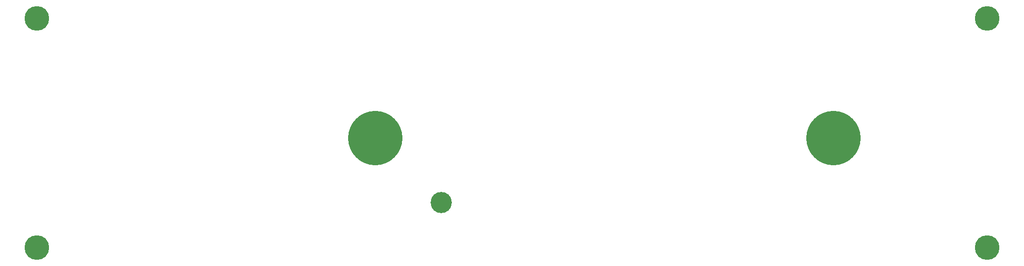
<source format=gbr>
%TF.GenerationSoftware,KiCad,Pcbnew,9.0.5*%
%TF.CreationDate,2025-11-21T22:54:30+01:00*%
%TF.ProjectId,hv amp front,68762061-6d70-4206-9672-6f6e742e6b69,rev?*%
%TF.SameCoordinates,Original*%
%TF.FileFunction,Soldermask,Top*%
%TF.FilePolarity,Negative*%
%FSLAX46Y46*%
G04 Gerber Fmt 4.6, Leading zero omitted, Abs format (unit mm)*
G04 Created by KiCad (PCBNEW 9.0.5) date 2025-11-21 22:54:30*
%MOMM*%
%LPD*%
G01*
G04 APERTURE LIST*
%ADD10C,3.700000*%
%ADD11C,9.500000*%
%ADD12C,4.300000*%
G04 APERTURE END LIST*
D10*
%TO.C,*%
X136930000Y-81200000D03*
%TD*%
D11*
%TO.C,*%
X205480000Y-69940000D03*
%TD*%
D12*
%TO.C,REF\u002A\u002A*%
X66320000Y-49070000D03*
%TD*%
%TO.C,REF\u002A\u002A*%
X232320000Y-49070000D03*
%TD*%
D11*
%TO.C,*%
X125480000Y-69940000D03*
%TD*%
D12*
%TO.C,REF\u002A\u002A*%
X66320000Y-89070000D03*
%TD*%
%TO.C,REF\u002A\u002A*%
X232320000Y-89070000D03*
%TD*%
M02*

</source>
